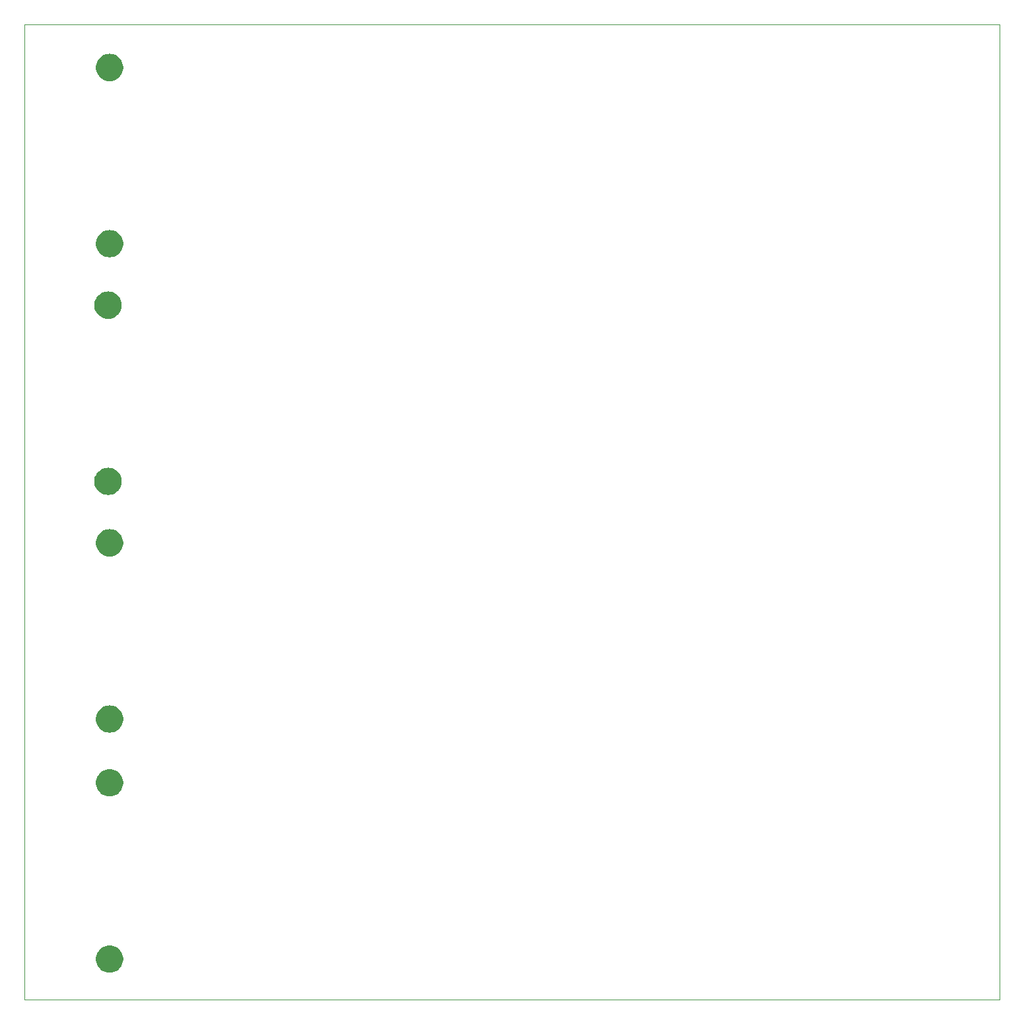
<source format=gbr>
%TF.GenerationSoftware,KiCad,Pcbnew,8.0.6*%
%TF.CreationDate,2025-01-08T12:00:42-04:00*%
%TF.ProjectId,DC,44432e6b-6963-4616-945f-706362585858,rev?*%
%TF.SameCoordinates,Original*%
%TF.FileFunction,Profile,NP*%
%FSLAX46Y46*%
G04 Gerber Fmt 4.6, Leading zero omitted, Abs format (unit mm)*
G04 Created by KiCad (PCBNEW 8.0.6) date 2025-01-08 12:00:42*
%MOMM*%
%LPD*%
G01*
G04 APERTURE LIST*
%TA.AperFunction,Profile*%
%ADD10C,0.050000*%
%TD*%
%TA.AperFunction,Profile*%
%ADD11C,0.000000*%
%TD*%
G04 APERTURE END LIST*
D10*
X57880000Y-39100000D02*
X182880000Y-39100000D01*
X182880000Y-164100000D01*
X57880000Y-164100000D01*
X57880000Y-39100000D01*
D11*
%TA.AperFunction,Profile*%
%TO.C,a2*%
G36*
X69050324Y-42849546D02*
G01*
X69305322Y-42907748D01*
X69548797Y-43003304D01*
X69775310Y-43134082D01*
X69979802Y-43297159D01*
X70157705Y-43488893D01*
X70305044Y-43705000D01*
X70418529Y-43940653D01*
X70495624Y-44190588D01*
X70534607Y-44449222D01*
X70534607Y-44710778D01*
X70495624Y-44969412D01*
X70418529Y-45219347D01*
X70305044Y-45455000D01*
X70157705Y-45671107D01*
X69979802Y-45862841D01*
X69775310Y-46025918D01*
X69548797Y-46156696D01*
X69305322Y-46252252D01*
X69050324Y-46310454D01*
X68789500Y-46330000D01*
X68528676Y-46310454D01*
X68273678Y-46252252D01*
X68030203Y-46156696D01*
X67803690Y-46025918D01*
X67599198Y-45862841D01*
X67421295Y-45671107D01*
X67273956Y-45455000D01*
X67160471Y-45219347D01*
X67083376Y-44969412D01*
X67044393Y-44710778D01*
X67044393Y-44449222D01*
X67083376Y-44190588D01*
X67160471Y-43940653D01*
X67273956Y-43705000D01*
X67421295Y-43488893D01*
X67599198Y-43297159D01*
X67803690Y-43134082D01*
X68030203Y-43003304D01*
X68273678Y-42907748D01*
X68528676Y-42849546D01*
X68789500Y-42830000D01*
X69050324Y-42849546D01*
G37*
%TD.AperFunction*%
%TA.AperFunction,Profile*%
G36*
X69050324Y-65449546D02*
G01*
X69305322Y-65507748D01*
X69548797Y-65603304D01*
X69775310Y-65734082D01*
X69979802Y-65897159D01*
X70157705Y-66088893D01*
X70305044Y-66305000D01*
X70418529Y-66540653D01*
X70495624Y-66790588D01*
X70534607Y-67049222D01*
X70534607Y-67310778D01*
X70495624Y-67569412D01*
X70418529Y-67819347D01*
X70305044Y-68055000D01*
X70157705Y-68271107D01*
X69979802Y-68462841D01*
X69775310Y-68625918D01*
X69548797Y-68756696D01*
X69305322Y-68852252D01*
X69050324Y-68910454D01*
X68789500Y-68930000D01*
X68528676Y-68910454D01*
X68273678Y-68852252D01*
X68030203Y-68756696D01*
X67803690Y-68625918D01*
X67599198Y-68462841D01*
X67421295Y-68271107D01*
X67273956Y-68055000D01*
X67160471Y-67819347D01*
X67083376Y-67569412D01*
X67044393Y-67310778D01*
X67044393Y-67049222D01*
X67083376Y-66790588D01*
X67160471Y-66540653D01*
X67273956Y-66305000D01*
X67421295Y-66088893D01*
X67599198Y-65897159D01*
X67803690Y-65734082D01*
X68030203Y-65603304D01*
X68273678Y-65507748D01*
X68528676Y-65449546D01*
X68789500Y-65430000D01*
X69050324Y-65449546D01*
G37*
%TD.AperFunction*%
%TA.AperFunction,Profile*%
%TO.C,a4*%
G36*
X68840824Y-73329546D02*
G01*
X69095822Y-73387748D01*
X69339297Y-73483304D01*
X69565810Y-73614082D01*
X69770302Y-73777159D01*
X69948205Y-73968893D01*
X70095544Y-74185000D01*
X70209029Y-74420653D01*
X70286124Y-74670588D01*
X70325107Y-74929222D01*
X70325107Y-75190778D01*
X70286124Y-75449412D01*
X70209029Y-75699347D01*
X70095544Y-75935000D01*
X69948205Y-76151107D01*
X69770302Y-76342841D01*
X69565810Y-76505918D01*
X69339297Y-76636696D01*
X69095822Y-76732252D01*
X68840824Y-76790454D01*
X68580000Y-76810000D01*
X68319176Y-76790454D01*
X68064178Y-76732252D01*
X67820703Y-76636696D01*
X67594190Y-76505918D01*
X67389698Y-76342841D01*
X67211795Y-76151107D01*
X67064456Y-75935000D01*
X66950971Y-75699347D01*
X66873876Y-75449412D01*
X66834893Y-75190778D01*
X66834893Y-74929222D01*
X66873876Y-74670588D01*
X66950971Y-74420653D01*
X67064456Y-74185000D01*
X67211795Y-73968893D01*
X67389698Y-73777159D01*
X67594190Y-73614082D01*
X67820703Y-73483304D01*
X68064178Y-73387748D01*
X68319176Y-73329546D01*
X68580000Y-73310000D01*
X68840824Y-73329546D01*
G37*
%TD.AperFunction*%
%TA.AperFunction,Profile*%
G36*
X68840824Y-95929546D02*
G01*
X69095822Y-95987748D01*
X69339297Y-96083304D01*
X69565810Y-96214082D01*
X69770302Y-96377159D01*
X69948205Y-96568893D01*
X70095544Y-96785000D01*
X70209029Y-97020653D01*
X70286124Y-97270588D01*
X70325107Y-97529222D01*
X70325107Y-97790778D01*
X70286124Y-98049412D01*
X70209029Y-98299347D01*
X70095544Y-98535000D01*
X69948205Y-98751107D01*
X69770302Y-98942841D01*
X69565810Y-99105918D01*
X69339297Y-99236696D01*
X69095822Y-99332252D01*
X68840824Y-99390454D01*
X68580000Y-99410000D01*
X68319176Y-99390454D01*
X68064178Y-99332252D01*
X67820703Y-99236696D01*
X67594190Y-99105918D01*
X67389698Y-98942841D01*
X67211795Y-98751107D01*
X67064456Y-98535000D01*
X66950971Y-98299347D01*
X66873876Y-98049412D01*
X66834893Y-97790778D01*
X66834893Y-97529222D01*
X66873876Y-97270588D01*
X66950971Y-97020653D01*
X67064456Y-96785000D01*
X67211795Y-96568893D01*
X67389698Y-96377159D01*
X67594190Y-96214082D01*
X67820703Y-96083304D01*
X68064178Y-95987748D01*
X68319176Y-95929546D01*
X68580000Y-95910000D01*
X68840824Y-95929546D01*
G37*
%TD.AperFunction*%
%TA.AperFunction,Profile*%
%TO.C,a1*%
G36*
X69050324Y-134579046D02*
G01*
X69305322Y-134637248D01*
X69548797Y-134732804D01*
X69775310Y-134863582D01*
X69979802Y-135026659D01*
X70157705Y-135218393D01*
X70305044Y-135434500D01*
X70418529Y-135670153D01*
X70495624Y-135920088D01*
X70534607Y-136178722D01*
X70534607Y-136440278D01*
X70495624Y-136698912D01*
X70418529Y-136948847D01*
X70305044Y-137184500D01*
X70157705Y-137400607D01*
X69979802Y-137592341D01*
X69775310Y-137755418D01*
X69548797Y-137886196D01*
X69305322Y-137981752D01*
X69050324Y-138039954D01*
X68789500Y-138059500D01*
X68528676Y-138039954D01*
X68273678Y-137981752D01*
X68030203Y-137886196D01*
X67803690Y-137755418D01*
X67599198Y-137592341D01*
X67421295Y-137400607D01*
X67273956Y-137184500D01*
X67160471Y-136948847D01*
X67083376Y-136698912D01*
X67044393Y-136440278D01*
X67044393Y-136178722D01*
X67083376Y-135920088D01*
X67160471Y-135670153D01*
X67273956Y-135434500D01*
X67421295Y-135218393D01*
X67599198Y-135026659D01*
X67803690Y-134863582D01*
X68030203Y-134732804D01*
X68273678Y-134637248D01*
X68528676Y-134579046D01*
X68789500Y-134559500D01*
X69050324Y-134579046D01*
G37*
%TD.AperFunction*%
%TA.AperFunction,Profile*%
G36*
X69050324Y-157179046D02*
G01*
X69305322Y-157237248D01*
X69548797Y-157332804D01*
X69775310Y-157463582D01*
X69979802Y-157626659D01*
X70157705Y-157818393D01*
X70305044Y-158034500D01*
X70418529Y-158270153D01*
X70495624Y-158520088D01*
X70534607Y-158778722D01*
X70534607Y-159040278D01*
X70495624Y-159298912D01*
X70418529Y-159548847D01*
X70305044Y-159784500D01*
X70157705Y-160000607D01*
X69979802Y-160192341D01*
X69775310Y-160355418D01*
X69548797Y-160486196D01*
X69305322Y-160581752D01*
X69050324Y-160639954D01*
X68789500Y-160659500D01*
X68528676Y-160639954D01*
X68273678Y-160581752D01*
X68030203Y-160486196D01*
X67803690Y-160355418D01*
X67599198Y-160192341D01*
X67421295Y-160000607D01*
X67273956Y-159784500D01*
X67160471Y-159548847D01*
X67083376Y-159298912D01*
X67044393Y-159040278D01*
X67044393Y-158778722D01*
X67083376Y-158520088D01*
X67160471Y-158270153D01*
X67273956Y-158034500D01*
X67421295Y-157818393D01*
X67599198Y-157626659D01*
X67803690Y-157463582D01*
X68030203Y-157332804D01*
X68273678Y-157237248D01*
X68528676Y-157179046D01*
X68789500Y-157159500D01*
X69050324Y-157179046D01*
G37*
%TD.AperFunction*%
%TA.AperFunction,Profile*%
%TO.C,a3*%
G36*
X69050324Y-126409546D02*
G01*
X69305322Y-126467748D01*
X69548797Y-126563304D01*
X69775310Y-126694082D01*
X69979802Y-126857159D01*
X70157705Y-127048893D01*
X70305044Y-127265000D01*
X70418529Y-127500653D01*
X70495624Y-127750588D01*
X70534607Y-128009222D01*
X70534607Y-128270778D01*
X70495624Y-128529412D01*
X70418529Y-128779347D01*
X70305044Y-129015000D01*
X70157705Y-129231107D01*
X69979802Y-129422841D01*
X69775310Y-129585918D01*
X69548797Y-129716696D01*
X69305322Y-129812252D01*
X69050324Y-129870454D01*
X68789500Y-129890000D01*
X68528676Y-129870454D01*
X68273678Y-129812252D01*
X68030203Y-129716696D01*
X67803690Y-129585918D01*
X67599198Y-129422841D01*
X67421295Y-129231107D01*
X67273956Y-129015000D01*
X67160471Y-128779347D01*
X67083376Y-128529412D01*
X67044393Y-128270778D01*
X67044393Y-128009222D01*
X67083376Y-127750588D01*
X67160471Y-127500653D01*
X67273956Y-127265000D01*
X67421295Y-127048893D01*
X67599198Y-126857159D01*
X67803690Y-126694082D01*
X68030203Y-126563304D01*
X68273678Y-126467748D01*
X68528676Y-126409546D01*
X68789500Y-126390000D01*
X69050324Y-126409546D01*
G37*
%TD.AperFunction*%
%TA.AperFunction,Profile*%
G36*
X69050324Y-103809546D02*
G01*
X69305322Y-103867748D01*
X69548797Y-103963304D01*
X69775310Y-104094082D01*
X69979802Y-104257159D01*
X70157705Y-104448893D01*
X70305044Y-104665000D01*
X70418529Y-104900653D01*
X70495624Y-105150588D01*
X70534607Y-105409222D01*
X70534607Y-105670778D01*
X70495624Y-105929412D01*
X70418529Y-106179347D01*
X70305044Y-106415000D01*
X70157705Y-106631107D01*
X69979802Y-106822841D01*
X69775310Y-106985918D01*
X69548797Y-107116696D01*
X69305322Y-107212252D01*
X69050324Y-107270454D01*
X68789500Y-107290000D01*
X68528676Y-107270454D01*
X68273678Y-107212252D01*
X68030203Y-107116696D01*
X67803690Y-106985918D01*
X67599198Y-106822841D01*
X67421295Y-106631107D01*
X67273956Y-106415000D01*
X67160471Y-106179347D01*
X67083376Y-105929412D01*
X67044393Y-105670778D01*
X67044393Y-105409222D01*
X67083376Y-105150588D01*
X67160471Y-104900653D01*
X67273956Y-104665000D01*
X67421295Y-104448893D01*
X67599198Y-104257159D01*
X67803690Y-104094082D01*
X68030203Y-103963304D01*
X68273678Y-103867748D01*
X68528676Y-103809546D01*
X68789500Y-103790000D01*
X69050324Y-103809546D01*
G37*
%TD.AperFunction*%
%TD*%
M02*

</source>
